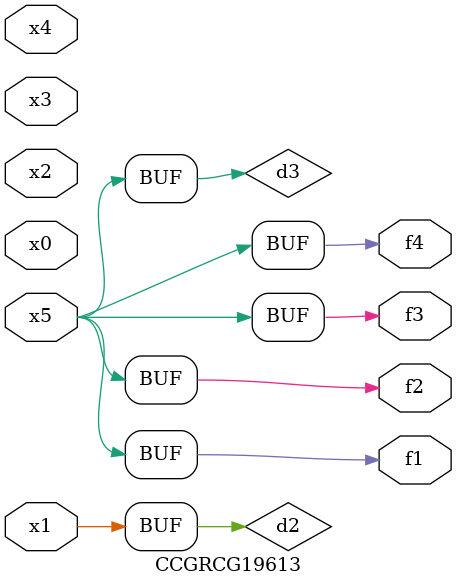
<source format=v>
module CCGRCG19613(
	input x0, x1, x2, x3, x4, x5,
	output f1, f2, f3, f4
);

	wire d1, d2, d3;

	not (d1, x5);
	or (d2, x1);
	xnor (d3, d1);
	assign f1 = d3;
	assign f2 = d3;
	assign f3 = d3;
	assign f4 = d3;
endmodule

</source>
